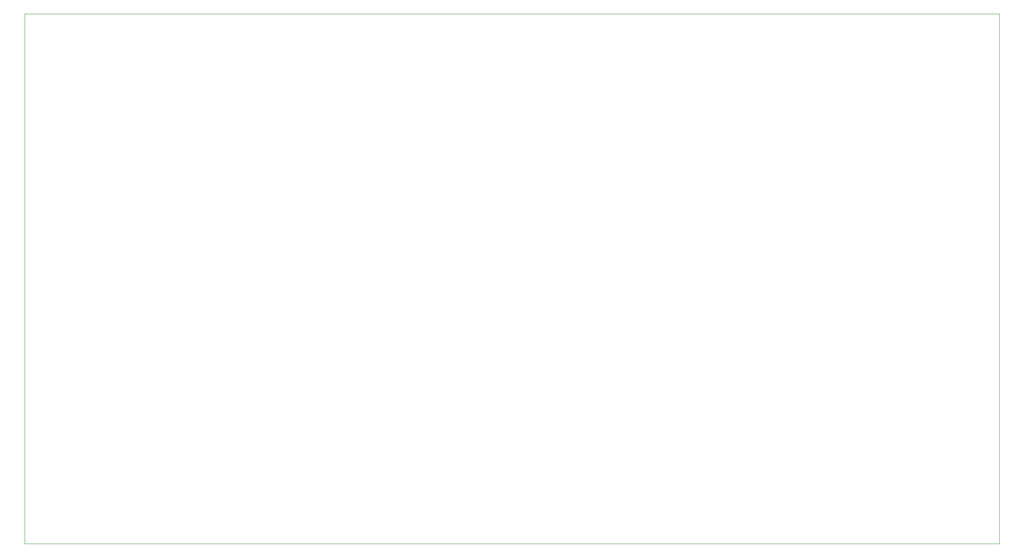
<source format=gko>
G04 #@! TF.GenerationSoftware,KiCad,Pcbnew,5.1.5+dfsg1-2build2*
G04 #@! TF.CreationDate,2021-04-11T17:34:26+02:00*
G04 #@! TF.ProjectId,Main_board,4d61696e-5f62-46f6-9172-642e6b696361,rev?*
G04 #@! TF.SameCoordinates,Original*
G04 #@! TF.FileFunction,Profile,NP*
%FSLAX46Y46*%
G04 Gerber Fmt 4.6, Leading zero omitted, Abs format (unit mm)*
G04 Created by KiCad (PCBNEW 5.1.5+dfsg1-2build2) date 2021-04-11 17:34:26*
%MOMM*%
%LPD*%
G04 APERTURE LIST*
%ADD10C,0.100000*%
G04 APERTURE END LIST*
D10*
X235000000Y-154000000D02*
X31000000Y-154000000D01*
X235000000Y-43000000D02*
X235000000Y-154000000D01*
X31000000Y-43000000D02*
X235000000Y-43000000D01*
X31000000Y-154000000D02*
X31000000Y-43000000D01*
M02*

</source>
